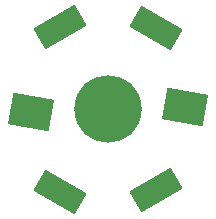
<source format=gbr>
%TF.GenerationSoftware,KiCad,Pcbnew,7.0.9-7.0.9~ubuntu22.04.1*%
%TF.CreationDate,2023-12-19T20:01:32+01:00*%
%TF.ProjectId,StarPCB,53746172-5043-4422-9e6b-696361645f70,rev?*%
%TF.SameCoordinates,Original*%
%TF.FileFunction,Soldermask,Top*%
%TF.FilePolarity,Negative*%
%FSLAX46Y46*%
G04 Gerber Fmt 4.6, Leading zero omitted, Abs format (unit mm)*
G04 Created by KiCad (PCBNEW 7.0.9-7.0.9~ubuntu22.04.1) date 2023-12-19 20:01:32*
%MOMM*%
%LPD*%
G01*
G04 APERTURE LIST*
G04 Aperture macros list*
%AMRoundRect*
0 Rectangle with rounded corners*
0 $1 Rounding radius*
0 $2 $3 $4 $5 $6 $7 $8 $9 X,Y pos of 4 corners*
0 Add a 4 corners polygon primitive as box body*
4,1,4,$2,$3,$4,$5,$6,$7,$8,$9,$2,$3,0*
0 Add four circle primitives for the rounded corners*
1,1,$1+$1,$2,$3*
1,1,$1+$1,$4,$5*
1,1,$1+$1,$6,$7*
1,1,$1+$1,$8,$9*
0 Add four rect primitives between the rounded corners*
20,1,$1+$1,$2,$3,$4,$5,0*
20,1,$1+$1,$4,$5,$6,$7,0*
20,1,$1+$1,$6,$7,$8,$9,0*
20,1,$1+$1,$8,$9,$2,$3,0*%
%AMRotRect*
0 Rectangle, with rotation*
0 The origin of the aperture is its center*
0 $1 length*
0 $2 width*
0 $3 Rotation angle, in degrees counterclockwise*
0 Add horizontal line*
21,1,$1,$2,0,0,$3*%
G04 Aperture macros list end*
%ADD10RoundRect,0.020000X-2.204730X0.141295X1.224730X-1.838705X2.204730X-0.141295X-1.224730X1.838705X0*%
%ADD11RotRect,3.500000X2.700000X350.000000*%
%ADD12C,5.700000*%
%ADD13RoundRect,0.020000X-1.224730X-1.838705X2.204730X0.141295X1.224730X1.838705X-2.204730X-0.141295X0*%
G04 APERTURE END LIST*
D10*
%TO.C,J1*%
X125730000Y-65786000D03*
%TD*%
D11*
%TO.C,D1*%
X115178046Y-72870825D03*
X128153954Y-72417175D03*
D12*
X121666000Y-72644000D03*
%TD*%
D10*
%TO.C,J4*%
X117602000Y-79619975D03*
%TD*%
D13*
%TO.C,J5*%
X117602000Y-65681975D03*
%TD*%
%TO.C,J2*%
X125730000Y-79502000D03*
%TD*%
M02*

</source>
